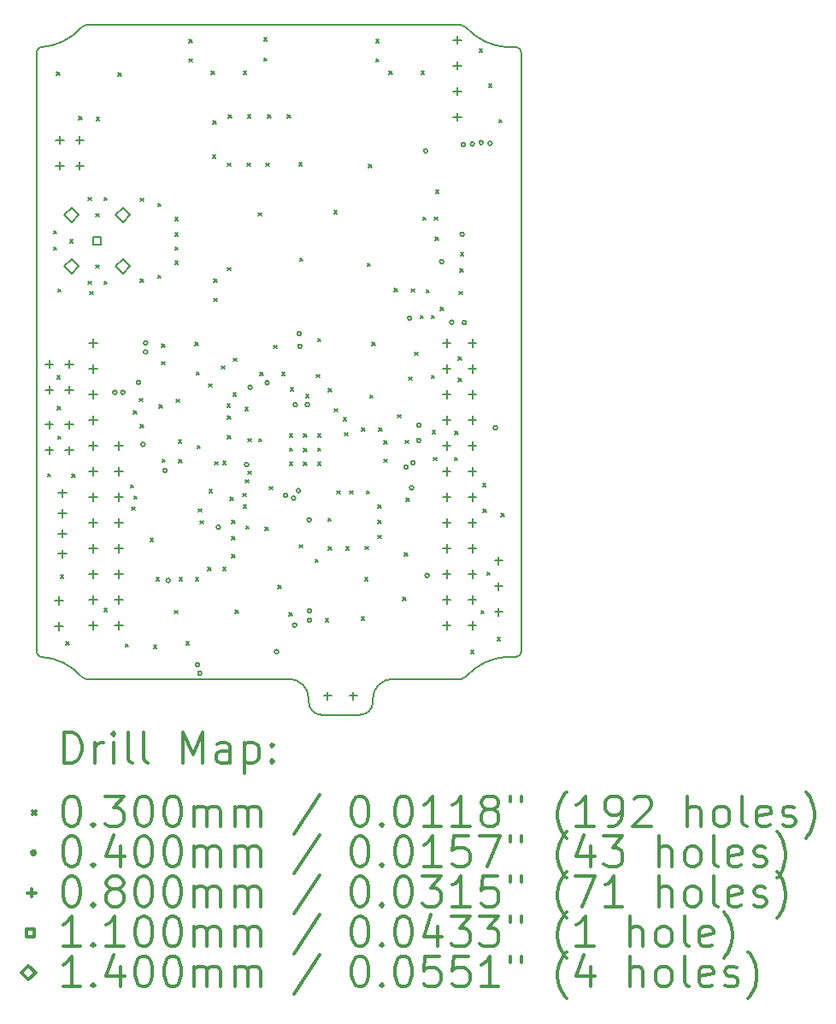
<source format=gbr>
%FSLAX45Y45*%
G04 Gerber Fmt 4.5, Leading zero omitted, Abs format (unit mm)*
G04 Created by KiCad (PCBNEW 5.1.10-88a1d61d58~88~ubuntu20.04.1) date 2021-05-10 20:01:07*
%MOMM*%
%LPD*%
G01*
G04 APERTURE LIST*
%TA.AperFunction,Profile*%
%ADD10C,0.200000*%
%TD*%
%ADD11C,0.200000*%
%ADD12C,0.300000*%
G04 APERTURE END LIST*
D10*
X9553000Y-4898710D02*
X9461000Y-4898710D01*
X9553013Y-4898785D02*
G75*
G02*
X9599983Y-4950000I-3031J-49925D01*
G01*
X9050544Y-4699388D02*
G75*
G03*
X9010000Y-4679980I-39562J-30592D01*
G01*
X9050702Y-4699267D02*
G75*
G03*
X9461000Y-4898710I448331J400557D01*
G01*
X9550000Y-10931270D02*
X9459050Y-10931270D01*
X4842946Y-4898572D02*
G75*
G03*
X4800000Y-4949000I7054J-49509D01*
G01*
X5249851Y-4698882D02*
G75*
G02*
X5290000Y-4680000I39149J-31118D01*
G01*
X5249817Y-4698851D02*
G75*
G02*
X4842946Y-4898576I-448867J400121D01*
G01*
X5251248Y-11132784D02*
G75*
G03*
X5289000Y-11150000I37752J32784D01*
G01*
X5251274Y-11132762D02*
G75*
G03*
X4840950Y-10931270I-450324J-398508D01*
G01*
X4841318Y-10931240D02*
G75*
G02*
X4800000Y-10882000I8682J49240D01*
G01*
X9051610Y-11129527D02*
G75*
G02*
X9459050Y-10931270I447440J-401743D01*
G01*
X9051483Y-11129413D02*
G75*
G02*
X9009000Y-11150000I-40483J29413D01*
G01*
X9550000Y-10931286D02*
G75*
G03*
X9600000Y-10880000I0J50016D01*
G01*
X7495800Y-11348120D02*
X7495800Y-11378600D01*
X7297680Y-11150000D02*
X5289000Y-11150000D01*
X8003800Y-11505600D02*
X7617720Y-11505600D01*
X8130800Y-11348120D02*
X8130800Y-11383680D01*
X8329000Y-11150000D02*
X9009000Y-11150000D01*
X8130698Y-11383676D02*
G75*
G02*
X8003800Y-11505600I-126899J5076D01*
G01*
X7617724Y-11505498D02*
G75*
G02*
X7495800Y-11378600I5076J126899D01*
G01*
X7297680Y-11150000D02*
G75*
G02*
X7495800Y-11348120I0J-198120D01*
G01*
X8130800Y-11348120D02*
G75*
G02*
X8328920Y-11150000I198120J0D01*
G01*
X9600000Y-4950000D02*
X9600000Y-10880000D01*
X5290000Y-4680000D02*
X9010000Y-4679980D01*
X4800000Y-10882000D02*
X4800000Y-4949000D01*
D11*
X4909050Y-9118240D02*
X4939050Y-9148240D01*
X4939050Y-9118240D02*
X4909050Y-9148240D01*
X4970000Y-6715000D02*
X5000000Y-6745000D01*
X5000000Y-6715000D02*
X4970000Y-6745000D01*
X4970000Y-6875000D02*
X5000000Y-6905000D01*
X5000000Y-6875000D02*
X4970000Y-6905000D01*
X5000000Y-5145000D02*
X5030000Y-5175000D01*
X5030000Y-5145000D02*
X5000000Y-5175000D01*
X5004300Y-8149230D02*
X5034300Y-8179230D01*
X5034300Y-8149230D02*
X5004300Y-8179230D01*
X5008110Y-8452760D02*
X5038110Y-8482760D01*
X5038110Y-8452760D02*
X5008110Y-8482760D01*
X5010650Y-8746130D02*
X5040650Y-8776130D01*
X5040650Y-8746130D02*
X5010650Y-8776130D01*
X5012500Y-7290000D02*
X5042500Y-7320000D01*
X5042500Y-7290000D02*
X5012500Y-7320000D01*
X5037000Y-10124000D02*
X5067000Y-10154000D01*
X5067000Y-10124000D02*
X5037000Y-10154000D01*
X5090000Y-10785000D02*
X5120000Y-10815000D01*
X5120000Y-10785000D02*
X5090000Y-10815000D01*
X5130000Y-6805000D02*
X5160000Y-6835000D01*
X5160000Y-6805000D02*
X5130000Y-6835000D01*
X5151112Y-9121796D02*
X5181112Y-9151796D01*
X5181112Y-9121796D02*
X5151112Y-9151796D01*
X5219438Y-5586624D02*
X5249438Y-5616624D01*
X5249438Y-5586624D02*
X5219438Y-5616624D01*
X5310000Y-6385000D02*
X5340000Y-6415000D01*
X5340000Y-6385000D02*
X5310000Y-6415000D01*
X5310000Y-7215000D02*
X5340000Y-7245000D01*
X5340000Y-7215000D02*
X5310000Y-7245000D01*
X5330690Y-7315856D02*
X5360690Y-7345856D01*
X5360690Y-7315856D02*
X5330690Y-7345856D01*
X5390000Y-6545000D02*
X5420000Y-6575000D01*
X5420000Y-6545000D02*
X5390000Y-6575000D01*
X5390000Y-7055000D02*
X5420000Y-7085000D01*
X5420000Y-7055000D02*
X5390000Y-7085000D01*
X5393936Y-5595006D02*
X5423936Y-5625006D01*
X5423936Y-5595006D02*
X5393936Y-5625006D01*
X5470000Y-6385000D02*
X5500000Y-6415000D01*
X5500000Y-6385000D02*
X5470000Y-6415000D01*
X5470000Y-7215000D02*
X5500000Y-7245000D01*
X5500000Y-7215000D02*
X5470000Y-7245000D01*
X5470000Y-10455000D02*
X5500000Y-10485000D01*
X5500000Y-10455000D02*
X5470000Y-10485000D01*
X5610000Y-5155000D02*
X5640000Y-5185000D01*
X5640000Y-5155000D02*
X5610000Y-5185000D01*
X5680000Y-10805000D02*
X5710000Y-10835000D01*
X5710000Y-10805000D02*
X5680000Y-10835000D01*
X5730000Y-9230000D02*
X5760000Y-9260000D01*
X5760000Y-9230000D02*
X5730000Y-9260000D01*
X5745000Y-9450000D02*
X5775000Y-9480000D01*
X5775000Y-9450000D02*
X5745000Y-9480000D01*
X5759000Y-8496000D02*
X5789000Y-8526000D01*
X5789000Y-8496000D02*
X5759000Y-8526000D01*
X5765000Y-9340000D02*
X5795000Y-9370000D01*
X5795000Y-9340000D02*
X5765000Y-9370000D01*
X5820000Y-8375000D02*
X5850000Y-8405000D01*
X5850000Y-8375000D02*
X5820000Y-8405000D01*
X5830000Y-6395000D02*
X5860000Y-6425000D01*
X5860000Y-6395000D02*
X5830000Y-6425000D01*
X5830000Y-7195000D02*
X5860000Y-7225000D01*
X5860000Y-7195000D02*
X5830000Y-7225000D01*
X5830000Y-8631000D02*
X5860000Y-8661000D01*
X5860000Y-8631000D02*
X5830000Y-8661000D01*
X5925000Y-9758000D02*
X5955000Y-9788000D01*
X5955000Y-9758000D02*
X5925000Y-9788000D01*
X5960000Y-10815000D02*
X5990000Y-10845000D01*
X5990000Y-10815000D02*
X5960000Y-10845000D01*
X5985000Y-10149000D02*
X6015000Y-10179000D01*
X6015000Y-10149000D02*
X5985000Y-10179000D01*
X6000000Y-6445000D02*
X6030000Y-6475000D01*
X6030000Y-6445000D02*
X6000000Y-6475000D01*
X6000000Y-7155000D02*
X6030000Y-7185000D01*
X6030000Y-7155000D02*
X6000000Y-7185000D01*
X6013000Y-8438000D02*
X6043000Y-8468000D01*
X6043000Y-8438000D02*
X6013000Y-8468000D01*
X6038000Y-7835000D02*
X6068000Y-7865000D01*
X6068000Y-7835000D02*
X6038000Y-7865000D01*
X6038000Y-8010000D02*
X6068000Y-8040000D01*
X6068000Y-8010000D02*
X6038000Y-8040000D01*
X6045000Y-8976000D02*
X6075000Y-9006000D01*
X6075000Y-8976000D02*
X6045000Y-9006000D01*
X6169000Y-10475000D02*
X6199000Y-10505000D01*
X6199000Y-10475000D02*
X6169000Y-10505000D01*
X6170000Y-6585000D02*
X6200000Y-6615000D01*
X6200000Y-6585000D02*
X6170000Y-6615000D01*
X6170000Y-6735000D02*
X6200000Y-6765000D01*
X6200000Y-6735000D02*
X6170000Y-6765000D01*
X6170000Y-6875000D02*
X6200000Y-6905000D01*
X6200000Y-6875000D02*
X6170000Y-6905000D01*
X6170000Y-7015000D02*
X6200000Y-7045000D01*
X6200000Y-7015000D02*
X6170000Y-7045000D01*
X6186000Y-8382000D02*
X6216000Y-8412000D01*
X6216000Y-8382000D02*
X6186000Y-8412000D01*
X6205000Y-8786000D02*
X6235000Y-8816000D01*
X6235000Y-8786000D02*
X6205000Y-8816000D01*
X6208000Y-8981000D02*
X6238000Y-9011000D01*
X6238000Y-8981000D02*
X6208000Y-9011000D01*
X6215000Y-10148000D02*
X6245000Y-10178000D01*
X6245000Y-10148000D02*
X6215000Y-10178000D01*
X6280000Y-10785000D02*
X6310000Y-10815000D01*
X6310000Y-10785000D02*
X6280000Y-10815000D01*
X6310000Y-4825000D02*
X6340000Y-4855000D01*
X6340000Y-4825000D02*
X6310000Y-4855000D01*
X6310000Y-5015000D02*
X6340000Y-5045000D01*
X6340000Y-5015000D02*
X6310000Y-5045000D01*
X6368000Y-7821000D02*
X6398000Y-7851000D01*
X6398000Y-7821000D02*
X6368000Y-7851000D01*
X6375000Y-10148000D02*
X6405000Y-10178000D01*
X6405000Y-10148000D02*
X6375000Y-10178000D01*
X6382000Y-8111000D02*
X6412000Y-8141000D01*
X6412000Y-8111000D02*
X6382000Y-8141000D01*
X6390000Y-8841000D02*
X6420000Y-8871000D01*
X6420000Y-8841000D02*
X6390000Y-8871000D01*
X6405000Y-9468000D02*
X6435000Y-9498000D01*
X6435000Y-9468000D02*
X6405000Y-9498000D01*
X6422000Y-9585000D02*
X6452000Y-9615000D01*
X6452000Y-9585000D02*
X6422000Y-9615000D01*
X6497000Y-10046000D02*
X6527000Y-10076000D01*
X6527000Y-10046000D02*
X6497000Y-10076000D01*
X6507000Y-8231000D02*
X6537000Y-8261000D01*
X6537000Y-8231000D02*
X6507000Y-8261000D01*
X6510000Y-9278000D02*
X6540000Y-9308000D01*
X6540000Y-9278000D02*
X6510000Y-9308000D01*
X6530000Y-5135000D02*
X6560000Y-5165000D01*
X6560000Y-5135000D02*
X6530000Y-5165000D01*
X6545000Y-5965000D02*
X6575000Y-5995000D01*
X6575000Y-5965000D02*
X6545000Y-5995000D01*
X6550000Y-5625000D02*
X6580000Y-5655000D01*
X6580000Y-5625000D02*
X6550000Y-5655000D01*
X6557500Y-7195000D02*
X6587500Y-7225000D01*
X6587500Y-7195000D02*
X6557500Y-7225000D01*
X6557500Y-7382500D02*
X6587500Y-7412500D01*
X6587500Y-7382500D02*
X6557500Y-7412500D01*
X6565000Y-9002000D02*
X6595000Y-9032000D01*
X6595000Y-9002000D02*
X6565000Y-9032000D01*
X6633000Y-8052000D02*
X6663000Y-8082000D01*
X6663000Y-8052000D02*
X6633000Y-8082000D01*
X6645000Y-8997000D02*
X6675000Y-9027000D01*
X6675000Y-8997000D02*
X6645000Y-9027000D01*
X6645000Y-10048000D02*
X6675000Y-10078000D01*
X6675000Y-10048000D02*
X6645000Y-10078000D01*
X6689000Y-8431000D02*
X6719000Y-8461000D01*
X6719000Y-8431000D02*
X6689000Y-8461000D01*
X6690000Y-6045000D02*
X6720000Y-6075000D01*
X6720000Y-6045000D02*
X6690000Y-6075000D01*
X6690000Y-7080000D02*
X6720000Y-7110000D01*
X6720000Y-7080000D02*
X6690000Y-7110000D01*
X6693000Y-8548000D02*
X6723000Y-8578000D01*
X6723000Y-8548000D02*
X6693000Y-8578000D01*
X6694000Y-8743000D02*
X6724000Y-8773000D01*
X6724000Y-8743000D02*
X6694000Y-8773000D01*
X6700000Y-5570000D02*
X6730000Y-5600000D01*
X6730000Y-5570000D02*
X6700000Y-5600000D01*
X6716000Y-9351000D02*
X6746000Y-9381000D01*
X6746000Y-9351000D02*
X6716000Y-9381000D01*
X6732000Y-9582000D02*
X6762000Y-9612000D01*
X6762000Y-9582000D02*
X6732000Y-9612000D01*
X6732000Y-9742000D02*
X6762000Y-9772000D01*
X6762000Y-9742000D02*
X6732000Y-9772000D01*
X6732000Y-9922000D02*
X6762000Y-9952000D01*
X6762000Y-9922000D02*
X6732000Y-9952000D01*
X6748000Y-8319000D02*
X6778000Y-8349000D01*
X6778000Y-8319000D02*
X6748000Y-8349000D01*
X6749000Y-7978000D02*
X6779000Y-8008000D01*
X6779000Y-7978000D02*
X6749000Y-8008000D01*
X6768000Y-10471000D02*
X6798000Y-10501000D01*
X6798000Y-10471000D02*
X6768000Y-10501000D01*
X6845000Y-9314000D02*
X6875000Y-9344000D01*
X6875000Y-9314000D02*
X6845000Y-9344000D01*
X6849000Y-9428000D02*
X6879000Y-9458000D01*
X6879000Y-9428000D02*
X6849000Y-9458000D01*
X6850000Y-5135000D02*
X6880000Y-5165000D01*
X6880000Y-5135000D02*
X6850000Y-5165000D01*
X6866000Y-8463000D02*
X6896000Y-8493000D01*
X6896000Y-8463000D02*
X6866000Y-8493000D01*
X6868000Y-9180000D02*
X6898000Y-9210000D01*
X6898000Y-9180000D02*
X6868000Y-9210000D01*
X6872000Y-9638000D02*
X6902000Y-9668000D01*
X6902000Y-9638000D02*
X6872000Y-9668000D01*
X6885000Y-6045000D02*
X6915000Y-6075000D01*
X6915000Y-6045000D02*
X6885000Y-6075000D01*
X6890000Y-5570000D02*
X6920000Y-5600000D01*
X6920000Y-5570000D02*
X6890000Y-5600000D01*
X6893000Y-8772000D02*
X6923000Y-8802000D01*
X6923000Y-8772000D02*
X6893000Y-8802000D01*
X6896000Y-9095000D02*
X6926000Y-9125000D01*
X6926000Y-9095000D02*
X6896000Y-9125000D01*
X6994644Y-6536584D02*
X7024644Y-6566584D01*
X7024644Y-6536584D02*
X6994644Y-6566584D01*
X6999000Y-8772000D02*
X7029000Y-8802000D01*
X7029000Y-8772000D02*
X6999000Y-8802000D01*
X7015000Y-8115000D02*
X7045000Y-8145000D01*
X7045000Y-8115000D02*
X7015000Y-8145000D01*
X7050000Y-4805000D02*
X7080000Y-4835000D01*
X7080000Y-4805000D02*
X7050000Y-4835000D01*
X7050000Y-5005000D02*
X7080000Y-5035000D01*
X7080000Y-5005000D02*
X7050000Y-5035000D01*
X7064000Y-9651000D02*
X7094000Y-9681000D01*
X7094000Y-9651000D02*
X7064000Y-9681000D01*
X7075000Y-6045000D02*
X7105000Y-6075000D01*
X7105000Y-6045000D02*
X7075000Y-6075000D01*
X7090000Y-5570000D02*
X7120000Y-5600000D01*
X7120000Y-5570000D02*
X7090000Y-5600000D01*
X7109000Y-9247000D02*
X7139000Y-9277000D01*
X7139000Y-9247000D02*
X7109000Y-9277000D01*
X7151000Y-7850000D02*
X7181000Y-7880000D01*
X7181000Y-7850000D02*
X7151000Y-7880000D01*
X7190000Y-10225000D02*
X7220000Y-10255000D01*
X7220000Y-10225000D02*
X7190000Y-10255000D01*
X7230000Y-8115000D02*
X7260000Y-8145000D01*
X7260000Y-8115000D02*
X7230000Y-8145000D01*
X7285000Y-5570000D02*
X7315000Y-5600000D01*
X7315000Y-5570000D02*
X7285000Y-5600000D01*
X7300000Y-10495000D02*
X7330000Y-10525000D01*
X7330000Y-10495000D02*
X7300000Y-10525000D01*
X7307020Y-8727640D02*
X7337020Y-8757640D01*
X7337020Y-8727640D02*
X7307020Y-8757640D01*
X7307020Y-8867270D02*
X7337020Y-8897270D01*
X7337020Y-8867270D02*
X7307020Y-8897270D01*
X7307020Y-9007640D02*
X7337020Y-9037640D01*
X7337020Y-9007640D02*
X7307020Y-9037640D01*
X7313000Y-8268000D02*
X7343000Y-8298000D01*
X7343000Y-8268000D02*
X7313000Y-8298000D01*
X7398504Y-6043824D02*
X7428504Y-6073824D01*
X7428504Y-6043824D02*
X7398504Y-6073824D01*
X7403000Y-9821000D02*
X7433000Y-9851000D01*
X7433000Y-9821000D02*
X7403000Y-9851000D01*
X7407648Y-6986164D02*
X7437648Y-7016164D01*
X7437648Y-6986164D02*
X7407648Y-7016164D01*
X7447020Y-8727640D02*
X7477020Y-8757640D01*
X7477020Y-8727640D02*
X7447020Y-8757640D01*
X7447020Y-8867640D02*
X7477020Y-8897640D01*
X7477020Y-8867640D02*
X7447020Y-8897640D01*
X7447020Y-9007640D02*
X7477020Y-9037640D01*
X7477020Y-9007640D02*
X7447020Y-9037640D01*
X7465000Y-8338000D02*
X7495000Y-8368000D01*
X7495000Y-8338000D02*
X7465000Y-8368000D01*
X7559000Y-9968000D02*
X7589000Y-9998000D01*
X7589000Y-9968000D02*
X7559000Y-9998000D01*
X7570442Y-8137000D02*
X7600442Y-8167000D01*
X7600442Y-8137000D02*
X7570442Y-8167000D01*
X7587000Y-7782000D02*
X7617000Y-7812000D01*
X7617000Y-7782000D02*
X7587000Y-7812000D01*
X7587020Y-8727640D02*
X7617020Y-8757640D01*
X7617020Y-8727640D02*
X7587020Y-8757640D01*
X7587020Y-8867270D02*
X7617020Y-8897270D01*
X7617020Y-8867270D02*
X7587020Y-8897270D01*
X7587020Y-9007640D02*
X7617020Y-9037640D01*
X7617020Y-9007640D02*
X7587020Y-9037640D01*
X7662000Y-10553000D02*
X7692000Y-10583000D01*
X7692000Y-10553000D02*
X7662000Y-10583000D01*
X7687000Y-9561000D02*
X7717000Y-9591000D01*
X7717000Y-9561000D02*
X7687000Y-9591000D01*
X7689000Y-9843000D02*
X7719000Y-9873000D01*
X7719000Y-9843000D02*
X7689000Y-9873000D01*
X7690000Y-8275000D02*
X7720000Y-8305000D01*
X7720000Y-8275000D02*
X7690000Y-8305000D01*
X7747246Y-6518042D02*
X7777246Y-6548042D01*
X7777246Y-6518042D02*
X7747246Y-6548042D01*
X7750000Y-8475000D02*
X7780000Y-8505000D01*
X7780000Y-8475000D02*
X7750000Y-8505000D01*
X7774000Y-9290000D02*
X7804000Y-9320000D01*
X7804000Y-9290000D02*
X7774000Y-9320000D01*
X7840000Y-8565000D02*
X7870000Y-8595000D01*
X7870000Y-8565000D02*
X7840000Y-8595000D01*
X7850000Y-8715000D02*
X7880000Y-8745000D01*
X7880000Y-8715000D02*
X7850000Y-8745000D01*
X7865000Y-9843000D02*
X7895000Y-9873000D01*
X7895000Y-9843000D02*
X7865000Y-9873000D01*
X7901000Y-9290000D02*
X7931000Y-9320000D01*
X7931000Y-9290000D02*
X7901000Y-9320000D01*
X8018000Y-10540000D02*
X8048000Y-10570000D01*
X8048000Y-10540000D02*
X8018000Y-10570000D01*
X8020000Y-8665000D02*
X8050000Y-8695000D01*
X8050000Y-8665000D02*
X8020000Y-8695000D01*
X8049000Y-10150000D02*
X8079000Y-10180000D01*
X8079000Y-10150000D02*
X8049000Y-10180000D01*
X8055000Y-9841000D02*
X8085000Y-9871000D01*
X8085000Y-9841000D02*
X8055000Y-9871000D01*
X8068000Y-9290000D02*
X8098000Y-9320000D01*
X8098000Y-9290000D02*
X8068000Y-9320000D01*
X8076430Y-7038234D02*
X8106430Y-7068234D01*
X8106430Y-7038234D02*
X8076430Y-7068234D01*
X8089892Y-6059318D02*
X8119892Y-6089318D01*
X8119892Y-6059318D02*
X8089892Y-6089318D01*
X8100000Y-8342500D02*
X8130000Y-8372500D01*
X8130000Y-8342500D02*
X8100000Y-8372500D01*
X8121000Y-7820000D02*
X8151000Y-7850000D01*
X8151000Y-7820000D02*
X8121000Y-7850000D01*
X8160000Y-4825000D02*
X8190000Y-4855000D01*
X8190000Y-4825000D02*
X8160000Y-4855000D01*
X8160000Y-5015000D02*
X8190000Y-5045000D01*
X8190000Y-5015000D02*
X8160000Y-5045000D01*
X8182000Y-9582000D02*
X8212000Y-9612000D01*
X8212000Y-9582000D02*
X8182000Y-9612000D01*
X8183000Y-9427000D02*
X8213000Y-9457000D01*
X8213000Y-9427000D02*
X8183000Y-9457000D01*
X8183000Y-9731000D02*
X8213000Y-9761000D01*
X8213000Y-9731000D02*
X8183000Y-9761000D01*
X8190000Y-8665000D02*
X8220000Y-8695000D01*
X8220000Y-8665000D02*
X8190000Y-8695000D01*
X8240000Y-8795000D02*
X8270000Y-8825000D01*
X8270000Y-8795000D02*
X8240000Y-8825000D01*
X8240000Y-8975000D02*
X8270000Y-9005000D01*
X8270000Y-8975000D02*
X8240000Y-9005000D01*
X8290000Y-5135000D02*
X8320000Y-5165000D01*
X8320000Y-5135000D02*
X8290000Y-5165000D01*
X8342000Y-7287000D02*
X8372000Y-7317000D01*
X8372000Y-7287000D02*
X8342000Y-7317000D01*
X8379000Y-8534000D02*
X8409000Y-8564000D01*
X8409000Y-8534000D02*
X8379000Y-8564000D01*
X8428000Y-10343000D02*
X8458000Y-10373000D01*
X8458000Y-10343000D02*
X8428000Y-10373000D01*
X8446000Y-9901000D02*
X8476000Y-9931000D01*
X8476000Y-9901000D02*
X8446000Y-9931000D01*
X8455000Y-8790000D02*
X8485000Y-8820000D01*
X8485000Y-8790000D02*
X8455000Y-8820000D01*
X8463000Y-9359000D02*
X8493000Y-9389000D01*
X8493000Y-9359000D02*
X8463000Y-9389000D01*
X8485000Y-8164000D02*
X8515000Y-8194000D01*
X8515000Y-8164000D02*
X8485000Y-8194000D01*
X8512000Y-7289000D02*
X8542000Y-7319000D01*
X8542000Y-7289000D02*
X8512000Y-7319000D01*
X8548000Y-7916000D02*
X8578000Y-7946000D01*
X8578000Y-7916000D02*
X8548000Y-7946000D01*
X8600000Y-7555000D02*
X8630000Y-7585000D01*
X8630000Y-7555000D02*
X8600000Y-7585000D01*
X8610000Y-5135000D02*
X8640000Y-5165000D01*
X8640000Y-5135000D02*
X8610000Y-5165000D01*
X8626000Y-6579000D02*
X8656000Y-6609000D01*
X8656000Y-6579000D02*
X8626000Y-6609000D01*
X8660000Y-7300000D02*
X8690000Y-7330000D01*
X8690000Y-7300000D02*
X8660000Y-7330000D01*
X8710000Y-7555000D02*
X8740000Y-7585000D01*
X8740000Y-7555000D02*
X8710000Y-7585000D01*
X8710000Y-8145000D02*
X8740000Y-8175000D01*
X8740000Y-8145000D02*
X8710000Y-8175000D01*
X8719000Y-8691000D02*
X8749000Y-8721000D01*
X8749000Y-8691000D02*
X8719000Y-8721000D01*
X8732000Y-8957000D02*
X8762000Y-8987000D01*
X8762000Y-8957000D02*
X8732000Y-8987000D01*
X8740000Y-6580000D02*
X8770000Y-6610000D01*
X8770000Y-6580000D02*
X8740000Y-6610000D01*
X8747000Y-6777000D02*
X8777000Y-6807000D01*
X8777000Y-6777000D02*
X8747000Y-6807000D01*
X8755000Y-6315000D02*
X8785000Y-6345000D01*
X8785000Y-6315000D02*
X8755000Y-6345000D01*
X8800000Y-7475000D02*
X8830000Y-7505000D01*
X8830000Y-7475000D02*
X8800000Y-7505000D01*
X8940000Y-8957500D02*
X8970000Y-8987500D01*
X8970000Y-8957500D02*
X8940000Y-8987500D01*
X8945000Y-8700000D02*
X8975000Y-8730000D01*
X8975000Y-8700000D02*
X8945000Y-8730000D01*
X8980000Y-7965000D02*
X9010000Y-7995000D01*
X9010000Y-7965000D02*
X8980000Y-7995000D01*
X8980000Y-8177500D02*
X9010000Y-8207500D01*
X9010000Y-8177500D02*
X8980000Y-8207500D01*
X8987000Y-7318000D02*
X9017000Y-7348000D01*
X9017000Y-7318000D02*
X8987000Y-7348000D01*
X8996000Y-7090000D02*
X9026000Y-7120000D01*
X9026000Y-7090000D02*
X8996000Y-7120000D01*
X8999000Y-6931000D02*
X9029000Y-6961000D01*
X9029000Y-6931000D02*
X8999000Y-6961000D01*
X9101000Y-10867000D02*
X9131000Y-10897000D01*
X9131000Y-10867000D02*
X9101000Y-10897000D01*
X9184886Y-4917588D02*
X9214886Y-4947588D01*
X9214886Y-4917588D02*
X9184886Y-4947588D01*
X9200634Y-10475870D02*
X9230634Y-10505870D01*
X9230634Y-10475870D02*
X9200634Y-10505870D01*
X9219430Y-9216792D02*
X9249430Y-9246792D01*
X9249430Y-9216792D02*
X9219430Y-9246792D01*
X9225526Y-9471554D02*
X9255526Y-9501554D01*
X9255526Y-9471554D02*
X9225526Y-9501554D01*
X9260000Y-10092000D02*
X9290000Y-10122000D01*
X9290000Y-10092000D02*
X9260000Y-10122000D01*
X9280000Y-5265000D02*
X9310000Y-5295000D01*
X9310000Y-5265000D02*
X9280000Y-5295000D01*
X9362940Y-10742062D02*
X9392940Y-10772062D01*
X9392940Y-10742062D02*
X9362940Y-10772062D01*
X9380000Y-5615000D02*
X9410000Y-5645000D01*
X9410000Y-5615000D02*
X9380000Y-5645000D01*
X9400000Y-9515000D02*
X9430000Y-9545000D01*
X9430000Y-9515000D02*
X9400000Y-9545000D01*
X5595233Y-8314670D02*
G75*
G03*
X5595233Y-8314670I-20000J0D01*
G01*
X5674284Y-8314992D02*
G75*
G03*
X5674284Y-8314992I-20000J0D01*
G01*
X5828000Y-8217000D02*
G75*
G03*
X5828000Y-8217000I-20000J0D01*
G01*
X5874000Y-8830000D02*
G75*
G03*
X5874000Y-8830000I-20000J0D01*
G01*
X5900000Y-7825000D02*
G75*
G03*
X5900000Y-7825000I-20000J0D01*
G01*
X5900000Y-7915000D02*
G75*
G03*
X5900000Y-7915000I-20000J0D01*
G01*
X6091635Y-9086633D02*
G75*
G03*
X6091635Y-9086633I-20000J0D01*
G01*
X6124000Y-10176000D02*
G75*
G03*
X6124000Y-10176000I-20000J0D01*
G01*
X6415000Y-11010000D02*
G75*
G03*
X6415000Y-11010000I-20000J0D01*
G01*
X6436594Y-11094357D02*
G75*
G03*
X6436594Y-11094357I-20000J0D01*
G01*
X6621000Y-9650000D02*
G75*
G03*
X6621000Y-9650000I-20000J0D01*
G01*
X6900000Y-9030000D02*
G75*
G03*
X6900000Y-9030000I-20000J0D01*
G01*
X6935000Y-8265000D02*
G75*
G03*
X6935000Y-8265000I-20000J0D01*
G01*
X7104000Y-8220000D02*
G75*
G03*
X7104000Y-8220000I-20000J0D01*
G01*
X7196868Y-10881869D02*
G75*
G03*
X7196868Y-10881869I-20000J0D01*
G01*
X7286000Y-9335000D02*
G75*
G03*
X7286000Y-9335000I-20000J0D01*
G01*
X7365000Y-9361000D02*
G75*
G03*
X7365000Y-9361000I-20000J0D01*
G01*
X7376000Y-10617000D02*
G75*
G03*
X7376000Y-10617000I-20000J0D01*
G01*
X7382000Y-8437000D02*
G75*
G03*
X7382000Y-8437000I-20000J0D01*
G01*
X7413211Y-9288000D02*
G75*
G03*
X7413211Y-9288000I-20000J0D01*
G01*
X7422000Y-7734839D02*
G75*
G03*
X7422000Y-7734839I-20000J0D01*
G01*
X7428000Y-7858481D02*
G75*
G03*
X7428000Y-7858481I-20000J0D01*
G01*
X7502000Y-8436000D02*
G75*
G03*
X7502000Y-8436000I-20000J0D01*
G01*
X7520000Y-9576000D02*
G75*
G03*
X7520000Y-9576000I-20000J0D01*
G01*
X7523000Y-10478000D02*
G75*
G03*
X7523000Y-10478000I-20000J0D01*
G01*
X7524000Y-10570000D02*
G75*
G03*
X7524000Y-10570000I-20000J0D01*
G01*
X8479004Y-9053972D02*
G75*
G03*
X8479004Y-9053972I-20000J0D01*
G01*
X8515000Y-7580000D02*
G75*
G03*
X8515000Y-7580000I-20000J0D01*
G01*
X8535000Y-9259000D02*
G75*
G03*
X8535000Y-9259000I-20000J0D01*
G01*
X8545789Y-9011679D02*
G75*
G03*
X8545789Y-9011679I-20000J0D01*
G01*
X8605000Y-8640000D02*
G75*
G03*
X8605000Y-8640000I-20000J0D01*
G01*
X8605000Y-8790000D02*
G75*
G03*
X8605000Y-8790000I-20000J0D01*
G01*
X8674000Y-5925000D02*
G75*
G03*
X8674000Y-5925000I-20000J0D01*
G01*
X8688259Y-10126119D02*
G75*
G03*
X8688259Y-10126119I-20000J0D01*
G01*
X8832481Y-7021438D02*
G75*
G03*
X8832481Y-7021438I-20000J0D01*
G01*
X8932358Y-7620416D02*
G75*
G03*
X8932358Y-7620416I-20000J0D01*
G01*
X9035000Y-6750000D02*
G75*
G03*
X9035000Y-6750000I-20000J0D01*
G01*
X9046179Y-5861304D02*
G75*
G03*
X9046179Y-5861304I-20000J0D01*
G01*
X9057000Y-7625000D02*
G75*
G03*
X9057000Y-7625000I-20000J0D01*
G01*
X9136000Y-5857000D02*
G75*
G03*
X9136000Y-5857000I-20000J0D01*
G01*
X9223370Y-5842329D02*
G75*
G03*
X9223370Y-5842329I-20000J0D01*
G01*
X9311306Y-5848883D02*
G75*
G03*
X9311306Y-5848883I-20000J0D01*
G01*
X9363142Y-8664864D02*
G75*
G03*
X9363142Y-8664864I-20000J0D01*
G01*
X4925000Y-7995960D02*
X4925000Y-8075960D01*
X4885000Y-8035960D02*
X4965000Y-8035960D01*
X4925000Y-8249960D02*
X4925000Y-8329960D01*
X4885000Y-8289960D02*
X4965000Y-8289960D01*
X4925000Y-8594130D02*
X4925000Y-8674130D01*
X4885000Y-8634130D02*
X4965000Y-8634130D01*
X4925000Y-8848130D02*
X4925000Y-8928130D01*
X4885000Y-8888130D02*
X4965000Y-8888130D01*
X5021000Y-10335000D02*
X5021000Y-10415000D01*
X4981000Y-10375000D02*
X5061000Y-10375000D01*
X5021000Y-10589000D02*
X5021000Y-10669000D01*
X4981000Y-10629000D02*
X5061000Y-10629000D01*
X5029000Y-5778000D02*
X5029000Y-5858000D01*
X4989000Y-5818000D02*
X5069000Y-5818000D01*
X5029000Y-6032000D02*
X5029000Y-6112000D01*
X4989000Y-6072000D02*
X5069000Y-6072000D01*
X5056130Y-9271700D02*
X5056130Y-9351700D01*
X5016130Y-9311700D02*
X5096130Y-9311700D01*
X5056130Y-9471700D02*
X5056130Y-9551700D01*
X5016130Y-9511700D02*
X5096130Y-9511700D01*
X5056130Y-9671700D02*
X5056130Y-9751700D01*
X5016130Y-9711700D02*
X5096130Y-9711700D01*
X5056130Y-9871700D02*
X5056130Y-9951700D01*
X5016130Y-9911700D02*
X5096130Y-9911700D01*
X5125000Y-7995960D02*
X5125000Y-8075960D01*
X5085000Y-8035960D02*
X5165000Y-8035960D01*
X5125000Y-8249960D02*
X5125000Y-8329960D01*
X5085000Y-8289960D02*
X5165000Y-8289960D01*
X5125000Y-8594130D02*
X5125000Y-8674130D01*
X5085000Y-8634130D02*
X5165000Y-8634130D01*
X5125000Y-8848130D02*
X5125000Y-8928130D01*
X5085000Y-8888130D02*
X5165000Y-8888130D01*
X5229000Y-5778000D02*
X5229000Y-5858000D01*
X5189000Y-5818000D02*
X5269000Y-5818000D01*
X5229000Y-6032000D02*
X5229000Y-6112000D01*
X5189000Y-6072000D02*
X5269000Y-6072000D01*
X5361000Y-7786500D02*
X5361000Y-7866500D01*
X5321000Y-7826500D02*
X5401000Y-7826500D01*
X5361000Y-8040500D02*
X5361000Y-8120500D01*
X5321000Y-8080500D02*
X5401000Y-8080500D01*
X5361000Y-8294500D02*
X5361000Y-8374500D01*
X5321000Y-8334500D02*
X5401000Y-8334500D01*
X5361000Y-8548500D02*
X5361000Y-8628500D01*
X5321000Y-8588500D02*
X5401000Y-8588500D01*
X5361000Y-8802500D02*
X5361000Y-8882500D01*
X5321000Y-8842500D02*
X5401000Y-8842500D01*
X5361000Y-9056500D02*
X5361000Y-9136500D01*
X5321000Y-9096500D02*
X5401000Y-9096500D01*
X5361000Y-9310500D02*
X5361000Y-9390500D01*
X5321000Y-9350500D02*
X5401000Y-9350500D01*
X5361000Y-9564500D02*
X5361000Y-9644500D01*
X5321000Y-9604500D02*
X5401000Y-9604500D01*
X5361000Y-9818500D02*
X5361000Y-9898500D01*
X5321000Y-9858500D02*
X5401000Y-9858500D01*
X5361000Y-10072500D02*
X5361000Y-10152500D01*
X5321000Y-10112500D02*
X5401000Y-10112500D01*
X5361000Y-10326500D02*
X5361000Y-10406500D01*
X5321000Y-10366500D02*
X5401000Y-10366500D01*
X5361000Y-10580500D02*
X5361000Y-10660500D01*
X5321000Y-10620500D02*
X5401000Y-10620500D01*
X5615000Y-8802500D02*
X5615000Y-8882500D01*
X5575000Y-8842500D02*
X5655000Y-8842500D01*
X5615000Y-9056500D02*
X5615000Y-9136500D01*
X5575000Y-9096500D02*
X5655000Y-9096500D01*
X5615000Y-9310500D02*
X5615000Y-9390500D01*
X5575000Y-9350500D02*
X5655000Y-9350500D01*
X5615000Y-9564500D02*
X5615000Y-9644500D01*
X5575000Y-9604500D02*
X5655000Y-9604500D01*
X5615000Y-9818500D02*
X5615000Y-9898500D01*
X5575000Y-9858500D02*
X5655000Y-9858500D01*
X5615000Y-10072500D02*
X5615000Y-10152500D01*
X5575000Y-10112500D02*
X5655000Y-10112500D01*
X5615000Y-10326500D02*
X5615000Y-10406500D01*
X5575000Y-10366500D02*
X5655000Y-10366500D01*
X5615000Y-10580500D02*
X5615000Y-10660500D01*
X5575000Y-10620500D02*
X5655000Y-10620500D01*
X7684000Y-11277000D02*
X7684000Y-11357000D01*
X7644000Y-11317000D02*
X7724000Y-11317000D01*
X7938000Y-11277000D02*
X7938000Y-11357000D01*
X7898000Y-11317000D02*
X7978000Y-11317000D01*
X8862000Y-7786500D02*
X8862000Y-7866500D01*
X8822000Y-7826500D02*
X8902000Y-7826500D01*
X8862000Y-8040500D02*
X8862000Y-8120500D01*
X8822000Y-8080500D02*
X8902000Y-8080500D01*
X8862000Y-8294500D02*
X8862000Y-8374500D01*
X8822000Y-8334500D02*
X8902000Y-8334500D01*
X8862000Y-8548500D02*
X8862000Y-8628500D01*
X8822000Y-8588500D02*
X8902000Y-8588500D01*
X8862000Y-8802500D02*
X8862000Y-8882500D01*
X8822000Y-8842500D02*
X8902000Y-8842500D01*
X8862000Y-9056500D02*
X8862000Y-9136500D01*
X8822000Y-9096500D02*
X8902000Y-9096500D01*
X8862000Y-9310500D02*
X8862000Y-9390500D01*
X8822000Y-9350500D02*
X8902000Y-9350500D01*
X8862000Y-9564500D02*
X8862000Y-9644500D01*
X8822000Y-9604500D02*
X8902000Y-9604500D01*
X8862000Y-9818500D02*
X8862000Y-9898500D01*
X8822000Y-9858500D02*
X8902000Y-9858500D01*
X8862000Y-10072500D02*
X8862000Y-10152500D01*
X8822000Y-10112500D02*
X8902000Y-10112500D01*
X8862000Y-10326500D02*
X8862000Y-10406500D01*
X8822000Y-10366500D02*
X8902000Y-10366500D01*
X8862000Y-10580500D02*
X8862000Y-10660500D01*
X8822000Y-10620500D02*
X8902000Y-10620500D01*
X8967800Y-4786000D02*
X8967800Y-4866000D01*
X8927800Y-4826000D02*
X9007800Y-4826000D01*
X8967800Y-5040000D02*
X8967800Y-5120000D01*
X8927800Y-5080000D02*
X9007800Y-5080000D01*
X8967800Y-5294000D02*
X8967800Y-5374000D01*
X8927800Y-5334000D02*
X9007800Y-5334000D01*
X8967800Y-5548000D02*
X8967800Y-5628000D01*
X8927800Y-5588000D02*
X9007800Y-5588000D01*
X9116000Y-7786500D02*
X9116000Y-7866500D01*
X9076000Y-7826500D02*
X9156000Y-7826500D01*
X9116000Y-8040500D02*
X9116000Y-8120500D01*
X9076000Y-8080500D02*
X9156000Y-8080500D01*
X9116000Y-8294500D02*
X9116000Y-8374500D01*
X9076000Y-8334500D02*
X9156000Y-8334500D01*
X9116000Y-8548500D02*
X9116000Y-8628500D01*
X9076000Y-8588500D02*
X9156000Y-8588500D01*
X9116000Y-8802500D02*
X9116000Y-8882500D01*
X9076000Y-8842500D02*
X9156000Y-8842500D01*
X9116000Y-9056500D02*
X9116000Y-9136500D01*
X9076000Y-9096500D02*
X9156000Y-9096500D01*
X9116000Y-9310500D02*
X9116000Y-9390500D01*
X9076000Y-9350500D02*
X9156000Y-9350500D01*
X9116000Y-9564500D02*
X9116000Y-9644500D01*
X9076000Y-9604500D02*
X9156000Y-9604500D01*
X9116000Y-9818500D02*
X9116000Y-9898500D01*
X9076000Y-9858500D02*
X9156000Y-9858500D01*
X9116000Y-10072500D02*
X9116000Y-10152500D01*
X9076000Y-10112500D02*
X9156000Y-10112500D01*
X9116000Y-10326500D02*
X9116000Y-10406500D01*
X9076000Y-10366500D02*
X9156000Y-10366500D01*
X9116000Y-10580500D02*
X9116000Y-10660500D01*
X9076000Y-10620500D02*
X9156000Y-10620500D01*
X9376670Y-9939060D02*
X9376670Y-10019060D01*
X9336670Y-9979060D02*
X9416670Y-9979060D01*
X9376670Y-10193060D02*
X9376670Y-10273060D01*
X9336670Y-10233060D02*
X9416670Y-10233060D01*
X9376670Y-10447060D02*
X9376670Y-10527060D01*
X9336670Y-10487060D02*
X9416670Y-10487060D01*
X5438891Y-6853111D02*
X5438891Y-6775329D01*
X5361109Y-6775329D01*
X5361109Y-6853111D01*
X5438891Y-6853111D01*
X5146000Y-6630220D02*
X5216000Y-6560220D01*
X5146000Y-6490220D01*
X5076000Y-6560220D01*
X5146000Y-6630220D01*
X5146000Y-7138220D02*
X5216000Y-7068220D01*
X5146000Y-6998220D01*
X5076000Y-7068220D01*
X5146000Y-7138220D01*
X5654000Y-6630220D02*
X5724000Y-6560220D01*
X5654000Y-6490220D01*
X5584000Y-6560220D01*
X5654000Y-6630220D01*
X5654000Y-7138220D02*
X5724000Y-7068220D01*
X5654000Y-6998220D01*
X5584000Y-7068220D01*
X5654000Y-7138220D01*
D12*
X5076420Y-11981314D02*
X5076420Y-11681314D01*
X5147849Y-11681314D01*
X5190706Y-11695600D01*
X5219277Y-11724171D01*
X5233563Y-11752743D01*
X5247849Y-11809886D01*
X5247849Y-11852743D01*
X5233563Y-11909886D01*
X5219277Y-11938457D01*
X5190706Y-11967029D01*
X5147849Y-11981314D01*
X5076420Y-11981314D01*
X5376420Y-11981314D02*
X5376420Y-11781314D01*
X5376420Y-11838457D02*
X5390706Y-11809886D01*
X5404991Y-11795600D01*
X5433563Y-11781314D01*
X5462134Y-11781314D01*
X5562134Y-11981314D02*
X5562134Y-11781314D01*
X5562134Y-11681314D02*
X5547849Y-11695600D01*
X5562134Y-11709886D01*
X5576420Y-11695600D01*
X5562134Y-11681314D01*
X5562134Y-11709886D01*
X5747848Y-11981314D02*
X5719277Y-11967029D01*
X5704991Y-11938457D01*
X5704991Y-11681314D01*
X5904991Y-11981314D02*
X5876420Y-11967029D01*
X5862134Y-11938457D01*
X5862134Y-11681314D01*
X6247848Y-11981314D02*
X6247848Y-11681314D01*
X6347848Y-11895600D01*
X6447848Y-11681314D01*
X6447848Y-11981314D01*
X6719277Y-11981314D02*
X6719277Y-11824171D01*
X6704991Y-11795600D01*
X6676420Y-11781314D01*
X6619277Y-11781314D01*
X6590706Y-11795600D01*
X6719277Y-11967029D02*
X6690706Y-11981314D01*
X6619277Y-11981314D01*
X6590706Y-11967029D01*
X6576420Y-11938457D01*
X6576420Y-11909886D01*
X6590706Y-11881314D01*
X6619277Y-11867029D01*
X6690706Y-11867029D01*
X6719277Y-11852743D01*
X6862134Y-11781314D02*
X6862134Y-12081314D01*
X6862134Y-11795600D02*
X6890706Y-11781314D01*
X6947848Y-11781314D01*
X6976420Y-11795600D01*
X6990706Y-11809886D01*
X7004991Y-11838457D01*
X7004991Y-11924171D01*
X6990706Y-11952743D01*
X6976420Y-11967029D01*
X6947848Y-11981314D01*
X6890706Y-11981314D01*
X6862134Y-11967029D01*
X7133563Y-11952743D02*
X7147848Y-11967029D01*
X7133563Y-11981314D01*
X7119277Y-11967029D01*
X7133563Y-11952743D01*
X7133563Y-11981314D01*
X7133563Y-11795600D02*
X7147848Y-11809886D01*
X7133563Y-11824171D01*
X7119277Y-11809886D01*
X7133563Y-11795600D01*
X7133563Y-11824171D01*
X4759991Y-12460600D02*
X4789991Y-12490600D01*
X4789991Y-12460600D02*
X4759991Y-12490600D01*
X5133563Y-12311314D02*
X5162134Y-12311314D01*
X5190706Y-12325600D01*
X5204991Y-12339886D01*
X5219277Y-12368457D01*
X5233563Y-12425600D01*
X5233563Y-12497029D01*
X5219277Y-12554171D01*
X5204991Y-12582743D01*
X5190706Y-12597029D01*
X5162134Y-12611314D01*
X5133563Y-12611314D01*
X5104991Y-12597029D01*
X5090706Y-12582743D01*
X5076420Y-12554171D01*
X5062134Y-12497029D01*
X5062134Y-12425600D01*
X5076420Y-12368457D01*
X5090706Y-12339886D01*
X5104991Y-12325600D01*
X5133563Y-12311314D01*
X5362134Y-12582743D02*
X5376420Y-12597029D01*
X5362134Y-12611314D01*
X5347849Y-12597029D01*
X5362134Y-12582743D01*
X5362134Y-12611314D01*
X5476420Y-12311314D02*
X5662134Y-12311314D01*
X5562134Y-12425600D01*
X5604991Y-12425600D01*
X5633563Y-12439886D01*
X5647848Y-12454171D01*
X5662134Y-12482743D01*
X5662134Y-12554171D01*
X5647848Y-12582743D01*
X5633563Y-12597029D01*
X5604991Y-12611314D01*
X5519277Y-12611314D01*
X5490706Y-12597029D01*
X5476420Y-12582743D01*
X5847848Y-12311314D02*
X5876420Y-12311314D01*
X5904991Y-12325600D01*
X5919277Y-12339886D01*
X5933563Y-12368457D01*
X5947848Y-12425600D01*
X5947848Y-12497029D01*
X5933563Y-12554171D01*
X5919277Y-12582743D01*
X5904991Y-12597029D01*
X5876420Y-12611314D01*
X5847848Y-12611314D01*
X5819277Y-12597029D01*
X5804991Y-12582743D01*
X5790706Y-12554171D01*
X5776420Y-12497029D01*
X5776420Y-12425600D01*
X5790706Y-12368457D01*
X5804991Y-12339886D01*
X5819277Y-12325600D01*
X5847848Y-12311314D01*
X6133563Y-12311314D02*
X6162134Y-12311314D01*
X6190706Y-12325600D01*
X6204991Y-12339886D01*
X6219277Y-12368457D01*
X6233563Y-12425600D01*
X6233563Y-12497029D01*
X6219277Y-12554171D01*
X6204991Y-12582743D01*
X6190706Y-12597029D01*
X6162134Y-12611314D01*
X6133563Y-12611314D01*
X6104991Y-12597029D01*
X6090706Y-12582743D01*
X6076420Y-12554171D01*
X6062134Y-12497029D01*
X6062134Y-12425600D01*
X6076420Y-12368457D01*
X6090706Y-12339886D01*
X6104991Y-12325600D01*
X6133563Y-12311314D01*
X6362134Y-12611314D02*
X6362134Y-12411314D01*
X6362134Y-12439886D02*
X6376420Y-12425600D01*
X6404991Y-12411314D01*
X6447848Y-12411314D01*
X6476420Y-12425600D01*
X6490706Y-12454171D01*
X6490706Y-12611314D01*
X6490706Y-12454171D02*
X6504991Y-12425600D01*
X6533563Y-12411314D01*
X6576420Y-12411314D01*
X6604991Y-12425600D01*
X6619277Y-12454171D01*
X6619277Y-12611314D01*
X6762134Y-12611314D02*
X6762134Y-12411314D01*
X6762134Y-12439886D02*
X6776420Y-12425600D01*
X6804991Y-12411314D01*
X6847848Y-12411314D01*
X6876420Y-12425600D01*
X6890706Y-12454171D01*
X6890706Y-12611314D01*
X6890706Y-12454171D02*
X6904991Y-12425600D01*
X6933563Y-12411314D01*
X6976420Y-12411314D01*
X7004991Y-12425600D01*
X7019277Y-12454171D01*
X7019277Y-12611314D01*
X7604991Y-12297029D02*
X7347848Y-12682743D01*
X7990706Y-12311314D02*
X8019277Y-12311314D01*
X8047848Y-12325600D01*
X8062134Y-12339886D01*
X8076420Y-12368457D01*
X8090706Y-12425600D01*
X8090706Y-12497029D01*
X8076420Y-12554171D01*
X8062134Y-12582743D01*
X8047848Y-12597029D01*
X8019277Y-12611314D01*
X7990706Y-12611314D01*
X7962134Y-12597029D01*
X7947848Y-12582743D01*
X7933563Y-12554171D01*
X7919277Y-12497029D01*
X7919277Y-12425600D01*
X7933563Y-12368457D01*
X7947848Y-12339886D01*
X7962134Y-12325600D01*
X7990706Y-12311314D01*
X8219277Y-12582743D02*
X8233563Y-12597029D01*
X8219277Y-12611314D01*
X8204991Y-12597029D01*
X8219277Y-12582743D01*
X8219277Y-12611314D01*
X8419277Y-12311314D02*
X8447849Y-12311314D01*
X8476420Y-12325600D01*
X8490706Y-12339886D01*
X8504991Y-12368457D01*
X8519277Y-12425600D01*
X8519277Y-12497029D01*
X8504991Y-12554171D01*
X8490706Y-12582743D01*
X8476420Y-12597029D01*
X8447849Y-12611314D01*
X8419277Y-12611314D01*
X8390706Y-12597029D01*
X8376420Y-12582743D01*
X8362134Y-12554171D01*
X8347848Y-12497029D01*
X8347848Y-12425600D01*
X8362134Y-12368457D01*
X8376420Y-12339886D01*
X8390706Y-12325600D01*
X8419277Y-12311314D01*
X8804991Y-12611314D02*
X8633563Y-12611314D01*
X8719277Y-12611314D02*
X8719277Y-12311314D01*
X8690706Y-12354171D01*
X8662134Y-12382743D01*
X8633563Y-12397029D01*
X9090706Y-12611314D02*
X8919277Y-12611314D01*
X9004991Y-12611314D02*
X9004991Y-12311314D01*
X8976420Y-12354171D01*
X8947849Y-12382743D01*
X8919277Y-12397029D01*
X9262134Y-12439886D02*
X9233563Y-12425600D01*
X9219277Y-12411314D01*
X9204991Y-12382743D01*
X9204991Y-12368457D01*
X9219277Y-12339886D01*
X9233563Y-12325600D01*
X9262134Y-12311314D01*
X9319277Y-12311314D01*
X9347849Y-12325600D01*
X9362134Y-12339886D01*
X9376420Y-12368457D01*
X9376420Y-12382743D01*
X9362134Y-12411314D01*
X9347849Y-12425600D01*
X9319277Y-12439886D01*
X9262134Y-12439886D01*
X9233563Y-12454171D01*
X9219277Y-12468457D01*
X9204991Y-12497029D01*
X9204991Y-12554171D01*
X9219277Y-12582743D01*
X9233563Y-12597029D01*
X9262134Y-12611314D01*
X9319277Y-12611314D01*
X9347849Y-12597029D01*
X9362134Y-12582743D01*
X9376420Y-12554171D01*
X9376420Y-12497029D01*
X9362134Y-12468457D01*
X9347849Y-12454171D01*
X9319277Y-12439886D01*
X9490706Y-12311314D02*
X9490706Y-12368457D01*
X9604991Y-12311314D02*
X9604991Y-12368457D01*
X10047849Y-12725600D02*
X10033563Y-12711314D01*
X10004991Y-12668457D01*
X9990706Y-12639886D01*
X9976420Y-12597029D01*
X9962134Y-12525600D01*
X9962134Y-12468457D01*
X9976420Y-12397029D01*
X9990706Y-12354171D01*
X10004991Y-12325600D01*
X10033563Y-12282743D01*
X10047849Y-12268457D01*
X10319277Y-12611314D02*
X10147849Y-12611314D01*
X10233563Y-12611314D02*
X10233563Y-12311314D01*
X10204991Y-12354171D01*
X10176420Y-12382743D01*
X10147849Y-12397029D01*
X10462134Y-12611314D02*
X10519277Y-12611314D01*
X10547849Y-12597029D01*
X10562134Y-12582743D01*
X10590706Y-12539886D01*
X10604991Y-12482743D01*
X10604991Y-12368457D01*
X10590706Y-12339886D01*
X10576420Y-12325600D01*
X10547849Y-12311314D01*
X10490706Y-12311314D01*
X10462134Y-12325600D01*
X10447849Y-12339886D01*
X10433563Y-12368457D01*
X10433563Y-12439886D01*
X10447849Y-12468457D01*
X10462134Y-12482743D01*
X10490706Y-12497029D01*
X10547849Y-12497029D01*
X10576420Y-12482743D01*
X10590706Y-12468457D01*
X10604991Y-12439886D01*
X10719277Y-12339886D02*
X10733563Y-12325600D01*
X10762134Y-12311314D01*
X10833563Y-12311314D01*
X10862134Y-12325600D01*
X10876420Y-12339886D01*
X10890706Y-12368457D01*
X10890706Y-12397029D01*
X10876420Y-12439886D01*
X10704991Y-12611314D01*
X10890706Y-12611314D01*
X11247848Y-12611314D02*
X11247848Y-12311314D01*
X11376420Y-12611314D02*
X11376420Y-12454171D01*
X11362134Y-12425600D01*
X11333563Y-12411314D01*
X11290706Y-12411314D01*
X11262134Y-12425600D01*
X11247848Y-12439886D01*
X11562134Y-12611314D02*
X11533563Y-12597029D01*
X11519277Y-12582743D01*
X11504991Y-12554171D01*
X11504991Y-12468457D01*
X11519277Y-12439886D01*
X11533563Y-12425600D01*
X11562134Y-12411314D01*
X11604991Y-12411314D01*
X11633563Y-12425600D01*
X11647848Y-12439886D01*
X11662134Y-12468457D01*
X11662134Y-12554171D01*
X11647848Y-12582743D01*
X11633563Y-12597029D01*
X11604991Y-12611314D01*
X11562134Y-12611314D01*
X11833563Y-12611314D02*
X11804991Y-12597029D01*
X11790706Y-12568457D01*
X11790706Y-12311314D01*
X12062134Y-12597029D02*
X12033563Y-12611314D01*
X11976420Y-12611314D01*
X11947848Y-12597029D01*
X11933563Y-12568457D01*
X11933563Y-12454171D01*
X11947848Y-12425600D01*
X11976420Y-12411314D01*
X12033563Y-12411314D01*
X12062134Y-12425600D01*
X12076420Y-12454171D01*
X12076420Y-12482743D01*
X11933563Y-12511314D01*
X12190706Y-12597029D02*
X12219277Y-12611314D01*
X12276420Y-12611314D01*
X12304991Y-12597029D01*
X12319277Y-12568457D01*
X12319277Y-12554171D01*
X12304991Y-12525600D01*
X12276420Y-12511314D01*
X12233563Y-12511314D01*
X12204991Y-12497029D01*
X12190706Y-12468457D01*
X12190706Y-12454171D01*
X12204991Y-12425600D01*
X12233563Y-12411314D01*
X12276420Y-12411314D01*
X12304991Y-12425600D01*
X12419277Y-12725600D02*
X12433563Y-12711314D01*
X12462134Y-12668457D01*
X12476420Y-12639886D01*
X12490706Y-12597029D01*
X12504991Y-12525600D01*
X12504991Y-12468457D01*
X12490706Y-12397029D01*
X12476420Y-12354171D01*
X12462134Y-12325600D01*
X12433563Y-12282743D01*
X12419277Y-12268457D01*
X4789991Y-12871600D02*
G75*
G03*
X4789991Y-12871600I-20000J0D01*
G01*
X5133563Y-12707314D02*
X5162134Y-12707314D01*
X5190706Y-12721600D01*
X5204991Y-12735886D01*
X5219277Y-12764457D01*
X5233563Y-12821600D01*
X5233563Y-12893029D01*
X5219277Y-12950171D01*
X5204991Y-12978743D01*
X5190706Y-12993029D01*
X5162134Y-13007314D01*
X5133563Y-13007314D01*
X5104991Y-12993029D01*
X5090706Y-12978743D01*
X5076420Y-12950171D01*
X5062134Y-12893029D01*
X5062134Y-12821600D01*
X5076420Y-12764457D01*
X5090706Y-12735886D01*
X5104991Y-12721600D01*
X5133563Y-12707314D01*
X5362134Y-12978743D02*
X5376420Y-12993029D01*
X5362134Y-13007314D01*
X5347849Y-12993029D01*
X5362134Y-12978743D01*
X5362134Y-13007314D01*
X5633563Y-12807314D02*
X5633563Y-13007314D01*
X5562134Y-12693029D02*
X5490706Y-12907314D01*
X5676420Y-12907314D01*
X5847848Y-12707314D02*
X5876420Y-12707314D01*
X5904991Y-12721600D01*
X5919277Y-12735886D01*
X5933563Y-12764457D01*
X5947848Y-12821600D01*
X5947848Y-12893029D01*
X5933563Y-12950171D01*
X5919277Y-12978743D01*
X5904991Y-12993029D01*
X5876420Y-13007314D01*
X5847848Y-13007314D01*
X5819277Y-12993029D01*
X5804991Y-12978743D01*
X5790706Y-12950171D01*
X5776420Y-12893029D01*
X5776420Y-12821600D01*
X5790706Y-12764457D01*
X5804991Y-12735886D01*
X5819277Y-12721600D01*
X5847848Y-12707314D01*
X6133563Y-12707314D02*
X6162134Y-12707314D01*
X6190706Y-12721600D01*
X6204991Y-12735886D01*
X6219277Y-12764457D01*
X6233563Y-12821600D01*
X6233563Y-12893029D01*
X6219277Y-12950171D01*
X6204991Y-12978743D01*
X6190706Y-12993029D01*
X6162134Y-13007314D01*
X6133563Y-13007314D01*
X6104991Y-12993029D01*
X6090706Y-12978743D01*
X6076420Y-12950171D01*
X6062134Y-12893029D01*
X6062134Y-12821600D01*
X6076420Y-12764457D01*
X6090706Y-12735886D01*
X6104991Y-12721600D01*
X6133563Y-12707314D01*
X6362134Y-13007314D02*
X6362134Y-12807314D01*
X6362134Y-12835886D02*
X6376420Y-12821600D01*
X6404991Y-12807314D01*
X6447848Y-12807314D01*
X6476420Y-12821600D01*
X6490706Y-12850171D01*
X6490706Y-13007314D01*
X6490706Y-12850171D02*
X6504991Y-12821600D01*
X6533563Y-12807314D01*
X6576420Y-12807314D01*
X6604991Y-12821600D01*
X6619277Y-12850171D01*
X6619277Y-13007314D01*
X6762134Y-13007314D02*
X6762134Y-12807314D01*
X6762134Y-12835886D02*
X6776420Y-12821600D01*
X6804991Y-12807314D01*
X6847848Y-12807314D01*
X6876420Y-12821600D01*
X6890706Y-12850171D01*
X6890706Y-13007314D01*
X6890706Y-12850171D02*
X6904991Y-12821600D01*
X6933563Y-12807314D01*
X6976420Y-12807314D01*
X7004991Y-12821600D01*
X7019277Y-12850171D01*
X7019277Y-13007314D01*
X7604991Y-12693029D02*
X7347848Y-13078743D01*
X7990706Y-12707314D02*
X8019277Y-12707314D01*
X8047848Y-12721600D01*
X8062134Y-12735886D01*
X8076420Y-12764457D01*
X8090706Y-12821600D01*
X8090706Y-12893029D01*
X8076420Y-12950171D01*
X8062134Y-12978743D01*
X8047848Y-12993029D01*
X8019277Y-13007314D01*
X7990706Y-13007314D01*
X7962134Y-12993029D01*
X7947848Y-12978743D01*
X7933563Y-12950171D01*
X7919277Y-12893029D01*
X7919277Y-12821600D01*
X7933563Y-12764457D01*
X7947848Y-12735886D01*
X7962134Y-12721600D01*
X7990706Y-12707314D01*
X8219277Y-12978743D02*
X8233563Y-12993029D01*
X8219277Y-13007314D01*
X8204991Y-12993029D01*
X8219277Y-12978743D01*
X8219277Y-13007314D01*
X8419277Y-12707314D02*
X8447849Y-12707314D01*
X8476420Y-12721600D01*
X8490706Y-12735886D01*
X8504991Y-12764457D01*
X8519277Y-12821600D01*
X8519277Y-12893029D01*
X8504991Y-12950171D01*
X8490706Y-12978743D01*
X8476420Y-12993029D01*
X8447849Y-13007314D01*
X8419277Y-13007314D01*
X8390706Y-12993029D01*
X8376420Y-12978743D01*
X8362134Y-12950171D01*
X8347848Y-12893029D01*
X8347848Y-12821600D01*
X8362134Y-12764457D01*
X8376420Y-12735886D01*
X8390706Y-12721600D01*
X8419277Y-12707314D01*
X8804991Y-13007314D02*
X8633563Y-13007314D01*
X8719277Y-13007314D02*
X8719277Y-12707314D01*
X8690706Y-12750171D01*
X8662134Y-12778743D01*
X8633563Y-12793029D01*
X9076420Y-12707314D02*
X8933563Y-12707314D01*
X8919277Y-12850171D01*
X8933563Y-12835886D01*
X8962134Y-12821600D01*
X9033563Y-12821600D01*
X9062134Y-12835886D01*
X9076420Y-12850171D01*
X9090706Y-12878743D01*
X9090706Y-12950171D01*
X9076420Y-12978743D01*
X9062134Y-12993029D01*
X9033563Y-13007314D01*
X8962134Y-13007314D01*
X8933563Y-12993029D01*
X8919277Y-12978743D01*
X9190706Y-12707314D02*
X9390706Y-12707314D01*
X9262134Y-13007314D01*
X9490706Y-12707314D02*
X9490706Y-12764457D01*
X9604991Y-12707314D02*
X9604991Y-12764457D01*
X10047849Y-13121600D02*
X10033563Y-13107314D01*
X10004991Y-13064457D01*
X9990706Y-13035886D01*
X9976420Y-12993029D01*
X9962134Y-12921600D01*
X9962134Y-12864457D01*
X9976420Y-12793029D01*
X9990706Y-12750171D01*
X10004991Y-12721600D01*
X10033563Y-12678743D01*
X10047849Y-12664457D01*
X10290706Y-12807314D02*
X10290706Y-13007314D01*
X10219277Y-12693029D02*
X10147849Y-12907314D01*
X10333563Y-12907314D01*
X10419277Y-12707314D02*
X10604991Y-12707314D01*
X10504991Y-12821600D01*
X10547849Y-12821600D01*
X10576420Y-12835886D01*
X10590706Y-12850171D01*
X10604991Y-12878743D01*
X10604991Y-12950171D01*
X10590706Y-12978743D01*
X10576420Y-12993029D01*
X10547849Y-13007314D01*
X10462134Y-13007314D01*
X10433563Y-12993029D01*
X10419277Y-12978743D01*
X10962134Y-13007314D02*
X10962134Y-12707314D01*
X11090706Y-13007314D02*
X11090706Y-12850171D01*
X11076420Y-12821600D01*
X11047849Y-12807314D01*
X11004991Y-12807314D01*
X10976420Y-12821600D01*
X10962134Y-12835886D01*
X11276420Y-13007314D02*
X11247848Y-12993029D01*
X11233563Y-12978743D01*
X11219277Y-12950171D01*
X11219277Y-12864457D01*
X11233563Y-12835886D01*
X11247848Y-12821600D01*
X11276420Y-12807314D01*
X11319277Y-12807314D01*
X11347848Y-12821600D01*
X11362134Y-12835886D01*
X11376420Y-12864457D01*
X11376420Y-12950171D01*
X11362134Y-12978743D01*
X11347848Y-12993029D01*
X11319277Y-13007314D01*
X11276420Y-13007314D01*
X11547848Y-13007314D02*
X11519277Y-12993029D01*
X11504991Y-12964457D01*
X11504991Y-12707314D01*
X11776420Y-12993029D02*
X11747848Y-13007314D01*
X11690706Y-13007314D01*
X11662134Y-12993029D01*
X11647848Y-12964457D01*
X11647848Y-12850171D01*
X11662134Y-12821600D01*
X11690706Y-12807314D01*
X11747848Y-12807314D01*
X11776420Y-12821600D01*
X11790706Y-12850171D01*
X11790706Y-12878743D01*
X11647848Y-12907314D01*
X11904991Y-12993029D02*
X11933563Y-13007314D01*
X11990706Y-13007314D01*
X12019277Y-12993029D01*
X12033563Y-12964457D01*
X12033563Y-12950171D01*
X12019277Y-12921600D01*
X11990706Y-12907314D01*
X11947848Y-12907314D01*
X11919277Y-12893029D01*
X11904991Y-12864457D01*
X11904991Y-12850171D01*
X11919277Y-12821600D01*
X11947848Y-12807314D01*
X11990706Y-12807314D01*
X12019277Y-12821600D01*
X12133563Y-13121600D02*
X12147848Y-13107314D01*
X12176420Y-13064457D01*
X12190706Y-13035886D01*
X12204991Y-12993029D01*
X12219277Y-12921600D01*
X12219277Y-12864457D01*
X12204991Y-12793029D01*
X12190706Y-12750171D01*
X12176420Y-12721600D01*
X12147848Y-12678743D01*
X12133563Y-12664457D01*
X4749991Y-13227600D02*
X4749991Y-13307600D01*
X4709991Y-13267600D02*
X4789991Y-13267600D01*
X5133563Y-13103314D02*
X5162134Y-13103314D01*
X5190706Y-13117600D01*
X5204991Y-13131886D01*
X5219277Y-13160457D01*
X5233563Y-13217600D01*
X5233563Y-13289029D01*
X5219277Y-13346171D01*
X5204991Y-13374743D01*
X5190706Y-13389029D01*
X5162134Y-13403314D01*
X5133563Y-13403314D01*
X5104991Y-13389029D01*
X5090706Y-13374743D01*
X5076420Y-13346171D01*
X5062134Y-13289029D01*
X5062134Y-13217600D01*
X5076420Y-13160457D01*
X5090706Y-13131886D01*
X5104991Y-13117600D01*
X5133563Y-13103314D01*
X5362134Y-13374743D02*
X5376420Y-13389029D01*
X5362134Y-13403314D01*
X5347849Y-13389029D01*
X5362134Y-13374743D01*
X5362134Y-13403314D01*
X5547849Y-13231886D02*
X5519277Y-13217600D01*
X5504991Y-13203314D01*
X5490706Y-13174743D01*
X5490706Y-13160457D01*
X5504991Y-13131886D01*
X5519277Y-13117600D01*
X5547849Y-13103314D01*
X5604991Y-13103314D01*
X5633563Y-13117600D01*
X5647848Y-13131886D01*
X5662134Y-13160457D01*
X5662134Y-13174743D01*
X5647848Y-13203314D01*
X5633563Y-13217600D01*
X5604991Y-13231886D01*
X5547849Y-13231886D01*
X5519277Y-13246171D01*
X5504991Y-13260457D01*
X5490706Y-13289029D01*
X5490706Y-13346171D01*
X5504991Y-13374743D01*
X5519277Y-13389029D01*
X5547849Y-13403314D01*
X5604991Y-13403314D01*
X5633563Y-13389029D01*
X5647848Y-13374743D01*
X5662134Y-13346171D01*
X5662134Y-13289029D01*
X5647848Y-13260457D01*
X5633563Y-13246171D01*
X5604991Y-13231886D01*
X5847848Y-13103314D02*
X5876420Y-13103314D01*
X5904991Y-13117600D01*
X5919277Y-13131886D01*
X5933563Y-13160457D01*
X5947848Y-13217600D01*
X5947848Y-13289029D01*
X5933563Y-13346171D01*
X5919277Y-13374743D01*
X5904991Y-13389029D01*
X5876420Y-13403314D01*
X5847848Y-13403314D01*
X5819277Y-13389029D01*
X5804991Y-13374743D01*
X5790706Y-13346171D01*
X5776420Y-13289029D01*
X5776420Y-13217600D01*
X5790706Y-13160457D01*
X5804991Y-13131886D01*
X5819277Y-13117600D01*
X5847848Y-13103314D01*
X6133563Y-13103314D02*
X6162134Y-13103314D01*
X6190706Y-13117600D01*
X6204991Y-13131886D01*
X6219277Y-13160457D01*
X6233563Y-13217600D01*
X6233563Y-13289029D01*
X6219277Y-13346171D01*
X6204991Y-13374743D01*
X6190706Y-13389029D01*
X6162134Y-13403314D01*
X6133563Y-13403314D01*
X6104991Y-13389029D01*
X6090706Y-13374743D01*
X6076420Y-13346171D01*
X6062134Y-13289029D01*
X6062134Y-13217600D01*
X6076420Y-13160457D01*
X6090706Y-13131886D01*
X6104991Y-13117600D01*
X6133563Y-13103314D01*
X6362134Y-13403314D02*
X6362134Y-13203314D01*
X6362134Y-13231886D02*
X6376420Y-13217600D01*
X6404991Y-13203314D01*
X6447848Y-13203314D01*
X6476420Y-13217600D01*
X6490706Y-13246171D01*
X6490706Y-13403314D01*
X6490706Y-13246171D02*
X6504991Y-13217600D01*
X6533563Y-13203314D01*
X6576420Y-13203314D01*
X6604991Y-13217600D01*
X6619277Y-13246171D01*
X6619277Y-13403314D01*
X6762134Y-13403314D02*
X6762134Y-13203314D01*
X6762134Y-13231886D02*
X6776420Y-13217600D01*
X6804991Y-13203314D01*
X6847848Y-13203314D01*
X6876420Y-13217600D01*
X6890706Y-13246171D01*
X6890706Y-13403314D01*
X6890706Y-13246171D02*
X6904991Y-13217600D01*
X6933563Y-13203314D01*
X6976420Y-13203314D01*
X7004991Y-13217600D01*
X7019277Y-13246171D01*
X7019277Y-13403314D01*
X7604991Y-13089029D02*
X7347848Y-13474743D01*
X7990706Y-13103314D02*
X8019277Y-13103314D01*
X8047848Y-13117600D01*
X8062134Y-13131886D01*
X8076420Y-13160457D01*
X8090706Y-13217600D01*
X8090706Y-13289029D01*
X8076420Y-13346171D01*
X8062134Y-13374743D01*
X8047848Y-13389029D01*
X8019277Y-13403314D01*
X7990706Y-13403314D01*
X7962134Y-13389029D01*
X7947848Y-13374743D01*
X7933563Y-13346171D01*
X7919277Y-13289029D01*
X7919277Y-13217600D01*
X7933563Y-13160457D01*
X7947848Y-13131886D01*
X7962134Y-13117600D01*
X7990706Y-13103314D01*
X8219277Y-13374743D02*
X8233563Y-13389029D01*
X8219277Y-13403314D01*
X8204991Y-13389029D01*
X8219277Y-13374743D01*
X8219277Y-13403314D01*
X8419277Y-13103314D02*
X8447849Y-13103314D01*
X8476420Y-13117600D01*
X8490706Y-13131886D01*
X8504991Y-13160457D01*
X8519277Y-13217600D01*
X8519277Y-13289029D01*
X8504991Y-13346171D01*
X8490706Y-13374743D01*
X8476420Y-13389029D01*
X8447849Y-13403314D01*
X8419277Y-13403314D01*
X8390706Y-13389029D01*
X8376420Y-13374743D01*
X8362134Y-13346171D01*
X8347848Y-13289029D01*
X8347848Y-13217600D01*
X8362134Y-13160457D01*
X8376420Y-13131886D01*
X8390706Y-13117600D01*
X8419277Y-13103314D01*
X8619277Y-13103314D02*
X8804991Y-13103314D01*
X8704991Y-13217600D01*
X8747849Y-13217600D01*
X8776420Y-13231886D01*
X8790706Y-13246171D01*
X8804991Y-13274743D01*
X8804991Y-13346171D01*
X8790706Y-13374743D01*
X8776420Y-13389029D01*
X8747849Y-13403314D01*
X8662134Y-13403314D01*
X8633563Y-13389029D01*
X8619277Y-13374743D01*
X9090706Y-13403314D02*
X8919277Y-13403314D01*
X9004991Y-13403314D02*
X9004991Y-13103314D01*
X8976420Y-13146171D01*
X8947849Y-13174743D01*
X8919277Y-13189029D01*
X9362134Y-13103314D02*
X9219277Y-13103314D01*
X9204991Y-13246171D01*
X9219277Y-13231886D01*
X9247849Y-13217600D01*
X9319277Y-13217600D01*
X9347849Y-13231886D01*
X9362134Y-13246171D01*
X9376420Y-13274743D01*
X9376420Y-13346171D01*
X9362134Y-13374743D01*
X9347849Y-13389029D01*
X9319277Y-13403314D01*
X9247849Y-13403314D01*
X9219277Y-13389029D01*
X9204991Y-13374743D01*
X9490706Y-13103314D02*
X9490706Y-13160457D01*
X9604991Y-13103314D02*
X9604991Y-13160457D01*
X10047849Y-13517600D02*
X10033563Y-13503314D01*
X10004991Y-13460457D01*
X9990706Y-13431886D01*
X9976420Y-13389029D01*
X9962134Y-13317600D01*
X9962134Y-13260457D01*
X9976420Y-13189029D01*
X9990706Y-13146171D01*
X10004991Y-13117600D01*
X10033563Y-13074743D01*
X10047849Y-13060457D01*
X10133563Y-13103314D02*
X10333563Y-13103314D01*
X10204991Y-13403314D01*
X10604991Y-13403314D02*
X10433563Y-13403314D01*
X10519277Y-13403314D02*
X10519277Y-13103314D01*
X10490706Y-13146171D01*
X10462134Y-13174743D01*
X10433563Y-13189029D01*
X10962134Y-13403314D02*
X10962134Y-13103314D01*
X11090706Y-13403314D02*
X11090706Y-13246171D01*
X11076420Y-13217600D01*
X11047849Y-13203314D01*
X11004991Y-13203314D01*
X10976420Y-13217600D01*
X10962134Y-13231886D01*
X11276420Y-13403314D02*
X11247848Y-13389029D01*
X11233563Y-13374743D01*
X11219277Y-13346171D01*
X11219277Y-13260457D01*
X11233563Y-13231886D01*
X11247848Y-13217600D01*
X11276420Y-13203314D01*
X11319277Y-13203314D01*
X11347848Y-13217600D01*
X11362134Y-13231886D01*
X11376420Y-13260457D01*
X11376420Y-13346171D01*
X11362134Y-13374743D01*
X11347848Y-13389029D01*
X11319277Y-13403314D01*
X11276420Y-13403314D01*
X11547848Y-13403314D02*
X11519277Y-13389029D01*
X11504991Y-13360457D01*
X11504991Y-13103314D01*
X11776420Y-13389029D02*
X11747848Y-13403314D01*
X11690706Y-13403314D01*
X11662134Y-13389029D01*
X11647848Y-13360457D01*
X11647848Y-13246171D01*
X11662134Y-13217600D01*
X11690706Y-13203314D01*
X11747848Y-13203314D01*
X11776420Y-13217600D01*
X11790706Y-13246171D01*
X11790706Y-13274743D01*
X11647848Y-13303314D01*
X11904991Y-13389029D02*
X11933563Y-13403314D01*
X11990706Y-13403314D01*
X12019277Y-13389029D01*
X12033563Y-13360457D01*
X12033563Y-13346171D01*
X12019277Y-13317600D01*
X11990706Y-13303314D01*
X11947848Y-13303314D01*
X11919277Y-13289029D01*
X11904991Y-13260457D01*
X11904991Y-13246171D01*
X11919277Y-13217600D01*
X11947848Y-13203314D01*
X11990706Y-13203314D01*
X12019277Y-13217600D01*
X12133563Y-13517600D02*
X12147848Y-13503314D01*
X12176420Y-13460457D01*
X12190706Y-13431886D01*
X12204991Y-13389029D01*
X12219277Y-13317600D01*
X12219277Y-13260457D01*
X12204991Y-13189029D01*
X12190706Y-13146171D01*
X12176420Y-13117600D01*
X12147848Y-13074743D01*
X12133563Y-13060457D01*
X4773883Y-13702491D02*
X4773883Y-13624709D01*
X4696100Y-13624709D01*
X4696100Y-13702491D01*
X4773883Y-13702491D01*
X5233563Y-13799314D02*
X5062134Y-13799314D01*
X5147849Y-13799314D02*
X5147849Y-13499314D01*
X5119277Y-13542171D01*
X5090706Y-13570743D01*
X5062134Y-13585029D01*
X5362134Y-13770743D02*
X5376420Y-13785029D01*
X5362134Y-13799314D01*
X5347849Y-13785029D01*
X5362134Y-13770743D01*
X5362134Y-13799314D01*
X5662134Y-13799314D02*
X5490706Y-13799314D01*
X5576420Y-13799314D02*
X5576420Y-13499314D01*
X5547849Y-13542171D01*
X5519277Y-13570743D01*
X5490706Y-13585029D01*
X5847848Y-13499314D02*
X5876420Y-13499314D01*
X5904991Y-13513600D01*
X5919277Y-13527886D01*
X5933563Y-13556457D01*
X5947848Y-13613600D01*
X5947848Y-13685029D01*
X5933563Y-13742171D01*
X5919277Y-13770743D01*
X5904991Y-13785029D01*
X5876420Y-13799314D01*
X5847848Y-13799314D01*
X5819277Y-13785029D01*
X5804991Y-13770743D01*
X5790706Y-13742171D01*
X5776420Y-13685029D01*
X5776420Y-13613600D01*
X5790706Y-13556457D01*
X5804991Y-13527886D01*
X5819277Y-13513600D01*
X5847848Y-13499314D01*
X6133563Y-13499314D02*
X6162134Y-13499314D01*
X6190706Y-13513600D01*
X6204991Y-13527886D01*
X6219277Y-13556457D01*
X6233563Y-13613600D01*
X6233563Y-13685029D01*
X6219277Y-13742171D01*
X6204991Y-13770743D01*
X6190706Y-13785029D01*
X6162134Y-13799314D01*
X6133563Y-13799314D01*
X6104991Y-13785029D01*
X6090706Y-13770743D01*
X6076420Y-13742171D01*
X6062134Y-13685029D01*
X6062134Y-13613600D01*
X6076420Y-13556457D01*
X6090706Y-13527886D01*
X6104991Y-13513600D01*
X6133563Y-13499314D01*
X6362134Y-13799314D02*
X6362134Y-13599314D01*
X6362134Y-13627886D02*
X6376420Y-13613600D01*
X6404991Y-13599314D01*
X6447848Y-13599314D01*
X6476420Y-13613600D01*
X6490706Y-13642171D01*
X6490706Y-13799314D01*
X6490706Y-13642171D02*
X6504991Y-13613600D01*
X6533563Y-13599314D01*
X6576420Y-13599314D01*
X6604991Y-13613600D01*
X6619277Y-13642171D01*
X6619277Y-13799314D01*
X6762134Y-13799314D02*
X6762134Y-13599314D01*
X6762134Y-13627886D02*
X6776420Y-13613600D01*
X6804991Y-13599314D01*
X6847848Y-13599314D01*
X6876420Y-13613600D01*
X6890706Y-13642171D01*
X6890706Y-13799314D01*
X6890706Y-13642171D02*
X6904991Y-13613600D01*
X6933563Y-13599314D01*
X6976420Y-13599314D01*
X7004991Y-13613600D01*
X7019277Y-13642171D01*
X7019277Y-13799314D01*
X7604991Y-13485029D02*
X7347848Y-13870743D01*
X7990706Y-13499314D02*
X8019277Y-13499314D01*
X8047848Y-13513600D01*
X8062134Y-13527886D01*
X8076420Y-13556457D01*
X8090706Y-13613600D01*
X8090706Y-13685029D01*
X8076420Y-13742171D01*
X8062134Y-13770743D01*
X8047848Y-13785029D01*
X8019277Y-13799314D01*
X7990706Y-13799314D01*
X7962134Y-13785029D01*
X7947848Y-13770743D01*
X7933563Y-13742171D01*
X7919277Y-13685029D01*
X7919277Y-13613600D01*
X7933563Y-13556457D01*
X7947848Y-13527886D01*
X7962134Y-13513600D01*
X7990706Y-13499314D01*
X8219277Y-13770743D02*
X8233563Y-13785029D01*
X8219277Y-13799314D01*
X8204991Y-13785029D01*
X8219277Y-13770743D01*
X8219277Y-13799314D01*
X8419277Y-13499314D02*
X8447849Y-13499314D01*
X8476420Y-13513600D01*
X8490706Y-13527886D01*
X8504991Y-13556457D01*
X8519277Y-13613600D01*
X8519277Y-13685029D01*
X8504991Y-13742171D01*
X8490706Y-13770743D01*
X8476420Y-13785029D01*
X8447849Y-13799314D01*
X8419277Y-13799314D01*
X8390706Y-13785029D01*
X8376420Y-13770743D01*
X8362134Y-13742171D01*
X8347848Y-13685029D01*
X8347848Y-13613600D01*
X8362134Y-13556457D01*
X8376420Y-13527886D01*
X8390706Y-13513600D01*
X8419277Y-13499314D01*
X8776420Y-13599314D02*
X8776420Y-13799314D01*
X8704991Y-13485029D02*
X8633563Y-13699314D01*
X8819277Y-13699314D01*
X8904991Y-13499314D02*
X9090706Y-13499314D01*
X8990706Y-13613600D01*
X9033563Y-13613600D01*
X9062134Y-13627886D01*
X9076420Y-13642171D01*
X9090706Y-13670743D01*
X9090706Y-13742171D01*
X9076420Y-13770743D01*
X9062134Y-13785029D01*
X9033563Y-13799314D01*
X8947849Y-13799314D01*
X8919277Y-13785029D01*
X8904991Y-13770743D01*
X9190706Y-13499314D02*
X9376420Y-13499314D01*
X9276420Y-13613600D01*
X9319277Y-13613600D01*
X9347849Y-13627886D01*
X9362134Y-13642171D01*
X9376420Y-13670743D01*
X9376420Y-13742171D01*
X9362134Y-13770743D01*
X9347849Y-13785029D01*
X9319277Y-13799314D01*
X9233563Y-13799314D01*
X9204991Y-13785029D01*
X9190706Y-13770743D01*
X9490706Y-13499314D02*
X9490706Y-13556457D01*
X9604991Y-13499314D02*
X9604991Y-13556457D01*
X10047849Y-13913600D02*
X10033563Y-13899314D01*
X10004991Y-13856457D01*
X9990706Y-13827886D01*
X9976420Y-13785029D01*
X9962134Y-13713600D01*
X9962134Y-13656457D01*
X9976420Y-13585029D01*
X9990706Y-13542171D01*
X10004991Y-13513600D01*
X10033563Y-13470743D01*
X10047849Y-13456457D01*
X10319277Y-13799314D02*
X10147849Y-13799314D01*
X10233563Y-13799314D02*
X10233563Y-13499314D01*
X10204991Y-13542171D01*
X10176420Y-13570743D01*
X10147849Y-13585029D01*
X10676420Y-13799314D02*
X10676420Y-13499314D01*
X10804991Y-13799314D02*
X10804991Y-13642171D01*
X10790706Y-13613600D01*
X10762134Y-13599314D01*
X10719277Y-13599314D01*
X10690706Y-13613600D01*
X10676420Y-13627886D01*
X10990706Y-13799314D02*
X10962134Y-13785029D01*
X10947849Y-13770743D01*
X10933563Y-13742171D01*
X10933563Y-13656457D01*
X10947849Y-13627886D01*
X10962134Y-13613600D01*
X10990706Y-13599314D01*
X11033563Y-13599314D01*
X11062134Y-13613600D01*
X11076420Y-13627886D01*
X11090706Y-13656457D01*
X11090706Y-13742171D01*
X11076420Y-13770743D01*
X11062134Y-13785029D01*
X11033563Y-13799314D01*
X10990706Y-13799314D01*
X11262134Y-13799314D02*
X11233563Y-13785029D01*
X11219277Y-13756457D01*
X11219277Y-13499314D01*
X11490706Y-13785029D02*
X11462134Y-13799314D01*
X11404991Y-13799314D01*
X11376420Y-13785029D01*
X11362134Y-13756457D01*
X11362134Y-13642171D01*
X11376420Y-13613600D01*
X11404991Y-13599314D01*
X11462134Y-13599314D01*
X11490706Y-13613600D01*
X11504991Y-13642171D01*
X11504991Y-13670743D01*
X11362134Y-13699314D01*
X11604991Y-13913600D02*
X11619277Y-13899314D01*
X11647848Y-13856457D01*
X11662134Y-13827886D01*
X11676420Y-13785029D01*
X11690706Y-13713600D01*
X11690706Y-13656457D01*
X11676420Y-13585029D01*
X11662134Y-13542171D01*
X11647848Y-13513600D01*
X11619277Y-13470743D01*
X11604991Y-13456457D01*
X4719991Y-14129600D02*
X4789991Y-14059600D01*
X4719991Y-13989600D01*
X4649991Y-14059600D01*
X4719991Y-14129600D01*
X5233563Y-14195314D02*
X5062134Y-14195314D01*
X5147849Y-14195314D02*
X5147849Y-13895314D01*
X5119277Y-13938171D01*
X5090706Y-13966743D01*
X5062134Y-13981029D01*
X5362134Y-14166743D02*
X5376420Y-14181029D01*
X5362134Y-14195314D01*
X5347849Y-14181029D01*
X5362134Y-14166743D01*
X5362134Y-14195314D01*
X5633563Y-13995314D02*
X5633563Y-14195314D01*
X5562134Y-13881029D02*
X5490706Y-14095314D01*
X5676420Y-14095314D01*
X5847848Y-13895314D02*
X5876420Y-13895314D01*
X5904991Y-13909600D01*
X5919277Y-13923886D01*
X5933563Y-13952457D01*
X5947848Y-14009600D01*
X5947848Y-14081029D01*
X5933563Y-14138171D01*
X5919277Y-14166743D01*
X5904991Y-14181029D01*
X5876420Y-14195314D01*
X5847848Y-14195314D01*
X5819277Y-14181029D01*
X5804991Y-14166743D01*
X5790706Y-14138171D01*
X5776420Y-14081029D01*
X5776420Y-14009600D01*
X5790706Y-13952457D01*
X5804991Y-13923886D01*
X5819277Y-13909600D01*
X5847848Y-13895314D01*
X6133563Y-13895314D02*
X6162134Y-13895314D01*
X6190706Y-13909600D01*
X6204991Y-13923886D01*
X6219277Y-13952457D01*
X6233563Y-14009600D01*
X6233563Y-14081029D01*
X6219277Y-14138171D01*
X6204991Y-14166743D01*
X6190706Y-14181029D01*
X6162134Y-14195314D01*
X6133563Y-14195314D01*
X6104991Y-14181029D01*
X6090706Y-14166743D01*
X6076420Y-14138171D01*
X6062134Y-14081029D01*
X6062134Y-14009600D01*
X6076420Y-13952457D01*
X6090706Y-13923886D01*
X6104991Y-13909600D01*
X6133563Y-13895314D01*
X6362134Y-14195314D02*
X6362134Y-13995314D01*
X6362134Y-14023886D02*
X6376420Y-14009600D01*
X6404991Y-13995314D01*
X6447848Y-13995314D01*
X6476420Y-14009600D01*
X6490706Y-14038171D01*
X6490706Y-14195314D01*
X6490706Y-14038171D02*
X6504991Y-14009600D01*
X6533563Y-13995314D01*
X6576420Y-13995314D01*
X6604991Y-14009600D01*
X6619277Y-14038171D01*
X6619277Y-14195314D01*
X6762134Y-14195314D02*
X6762134Y-13995314D01*
X6762134Y-14023886D02*
X6776420Y-14009600D01*
X6804991Y-13995314D01*
X6847848Y-13995314D01*
X6876420Y-14009600D01*
X6890706Y-14038171D01*
X6890706Y-14195314D01*
X6890706Y-14038171D02*
X6904991Y-14009600D01*
X6933563Y-13995314D01*
X6976420Y-13995314D01*
X7004991Y-14009600D01*
X7019277Y-14038171D01*
X7019277Y-14195314D01*
X7604991Y-13881029D02*
X7347848Y-14266743D01*
X7990706Y-13895314D02*
X8019277Y-13895314D01*
X8047848Y-13909600D01*
X8062134Y-13923886D01*
X8076420Y-13952457D01*
X8090706Y-14009600D01*
X8090706Y-14081029D01*
X8076420Y-14138171D01*
X8062134Y-14166743D01*
X8047848Y-14181029D01*
X8019277Y-14195314D01*
X7990706Y-14195314D01*
X7962134Y-14181029D01*
X7947848Y-14166743D01*
X7933563Y-14138171D01*
X7919277Y-14081029D01*
X7919277Y-14009600D01*
X7933563Y-13952457D01*
X7947848Y-13923886D01*
X7962134Y-13909600D01*
X7990706Y-13895314D01*
X8219277Y-14166743D02*
X8233563Y-14181029D01*
X8219277Y-14195314D01*
X8204991Y-14181029D01*
X8219277Y-14166743D01*
X8219277Y-14195314D01*
X8419277Y-13895314D02*
X8447849Y-13895314D01*
X8476420Y-13909600D01*
X8490706Y-13923886D01*
X8504991Y-13952457D01*
X8519277Y-14009600D01*
X8519277Y-14081029D01*
X8504991Y-14138171D01*
X8490706Y-14166743D01*
X8476420Y-14181029D01*
X8447849Y-14195314D01*
X8419277Y-14195314D01*
X8390706Y-14181029D01*
X8376420Y-14166743D01*
X8362134Y-14138171D01*
X8347848Y-14081029D01*
X8347848Y-14009600D01*
X8362134Y-13952457D01*
X8376420Y-13923886D01*
X8390706Y-13909600D01*
X8419277Y-13895314D01*
X8790706Y-13895314D02*
X8647849Y-13895314D01*
X8633563Y-14038171D01*
X8647849Y-14023886D01*
X8676420Y-14009600D01*
X8747849Y-14009600D01*
X8776420Y-14023886D01*
X8790706Y-14038171D01*
X8804991Y-14066743D01*
X8804991Y-14138171D01*
X8790706Y-14166743D01*
X8776420Y-14181029D01*
X8747849Y-14195314D01*
X8676420Y-14195314D01*
X8647849Y-14181029D01*
X8633563Y-14166743D01*
X9076420Y-13895314D02*
X8933563Y-13895314D01*
X8919277Y-14038171D01*
X8933563Y-14023886D01*
X8962134Y-14009600D01*
X9033563Y-14009600D01*
X9062134Y-14023886D01*
X9076420Y-14038171D01*
X9090706Y-14066743D01*
X9090706Y-14138171D01*
X9076420Y-14166743D01*
X9062134Y-14181029D01*
X9033563Y-14195314D01*
X8962134Y-14195314D01*
X8933563Y-14181029D01*
X8919277Y-14166743D01*
X9376420Y-14195314D02*
X9204991Y-14195314D01*
X9290706Y-14195314D02*
X9290706Y-13895314D01*
X9262134Y-13938171D01*
X9233563Y-13966743D01*
X9204991Y-13981029D01*
X9490706Y-13895314D02*
X9490706Y-13952457D01*
X9604991Y-13895314D02*
X9604991Y-13952457D01*
X10047849Y-14309600D02*
X10033563Y-14295314D01*
X10004991Y-14252457D01*
X9990706Y-14223886D01*
X9976420Y-14181029D01*
X9962134Y-14109600D01*
X9962134Y-14052457D01*
X9976420Y-13981029D01*
X9990706Y-13938171D01*
X10004991Y-13909600D01*
X10033563Y-13866743D01*
X10047849Y-13852457D01*
X10290706Y-13995314D02*
X10290706Y-14195314D01*
X10219277Y-13881029D02*
X10147849Y-14095314D01*
X10333563Y-14095314D01*
X10676420Y-14195314D02*
X10676420Y-13895314D01*
X10804991Y-14195314D02*
X10804991Y-14038171D01*
X10790706Y-14009600D01*
X10762134Y-13995314D01*
X10719277Y-13995314D01*
X10690706Y-14009600D01*
X10676420Y-14023886D01*
X10990706Y-14195314D02*
X10962134Y-14181029D01*
X10947849Y-14166743D01*
X10933563Y-14138171D01*
X10933563Y-14052457D01*
X10947849Y-14023886D01*
X10962134Y-14009600D01*
X10990706Y-13995314D01*
X11033563Y-13995314D01*
X11062134Y-14009600D01*
X11076420Y-14023886D01*
X11090706Y-14052457D01*
X11090706Y-14138171D01*
X11076420Y-14166743D01*
X11062134Y-14181029D01*
X11033563Y-14195314D01*
X10990706Y-14195314D01*
X11262134Y-14195314D02*
X11233563Y-14181029D01*
X11219277Y-14152457D01*
X11219277Y-13895314D01*
X11490706Y-14181029D02*
X11462134Y-14195314D01*
X11404991Y-14195314D01*
X11376420Y-14181029D01*
X11362134Y-14152457D01*
X11362134Y-14038171D01*
X11376420Y-14009600D01*
X11404991Y-13995314D01*
X11462134Y-13995314D01*
X11490706Y-14009600D01*
X11504991Y-14038171D01*
X11504991Y-14066743D01*
X11362134Y-14095314D01*
X11619277Y-14181029D02*
X11647848Y-14195314D01*
X11704991Y-14195314D01*
X11733563Y-14181029D01*
X11747848Y-14152457D01*
X11747848Y-14138171D01*
X11733563Y-14109600D01*
X11704991Y-14095314D01*
X11662134Y-14095314D01*
X11633563Y-14081029D01*
X11619277Y-14052457D01*
X11619277Y-14038171D01*
X11633563Y-14009600D01*
X11662134Y-13995314D01*
X11704991Y-13995314D01*
X11733563Y-14009600D01*
X11847848Y-14309600D02*
X11862134Y-14295314D01*
X11890706Y-14252457D01*
X11904991Y-14223886D01*
X11919277Y-14181029D01*
X11933563Y-14109600D01*
X11933563Y-14052457D01*
X11919277Y-13981029D01*
X11904991Y-13938171D01*
X11890706Y-13909600D01*
X11862134Y-13866743D01*
X11847848Y-13852457D01*
M02*

</source>
